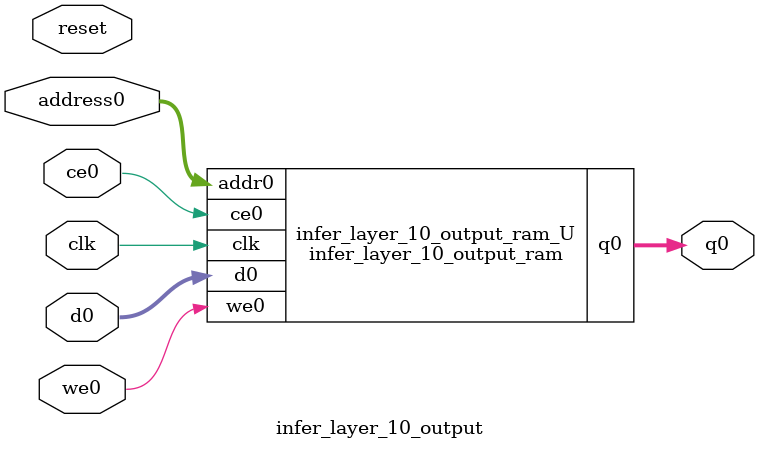
<source format=v>
`timescale 1 ns / 1 ps
module infer_layer_10_output_ram (addr0, ce0, d0, we0, q0,  clk);

parameter DWIDTH = 32;
parameter AWIDTH = 5;
parameter MEM_SIZE = 32;

input[AWIDTH-1:0] addr0;
input ce0;
input[DWIDTH-1:0] d0;
input we0;
output reg[DWIDTH-1:0] q0;
input clk;

reg [DWIDTH-1:0] ram[0:MEM_SIZE-1];




always @(posedge clk)  
begin 
    if (ce0) begin
        if (we0) 
            ram[addr0] <= d0; 
        q0 <= ram[addr0];
    end
end


endmodule

`timescale 1 ns / 1 ps
module infer_layer_10_output(
    reset,
    clk,
    address0,
    ce0,
    we0,
    d0,
    q0);

parameter DataWidth = 32'd32;
parameter AddressRange = 32'd32;
parameter AddressWidth = 32'd5;
input reset;
input clk;
input[AddressWidth - 1:0] address0;
input ce0;
input we0;
input[DataWidth - 1:0] d0;
output[DataWidth - 1:0] q0;



infer_layer_10_output_ram infer_layer_10_output_ram_U(
    .clk( clk ),
    .addr0( address0 ),
    .ce0( ce0 ),
    .we0( we0 ),
    .d0( d0 ),
    .q0( q0 ));

endmodule


</source>
